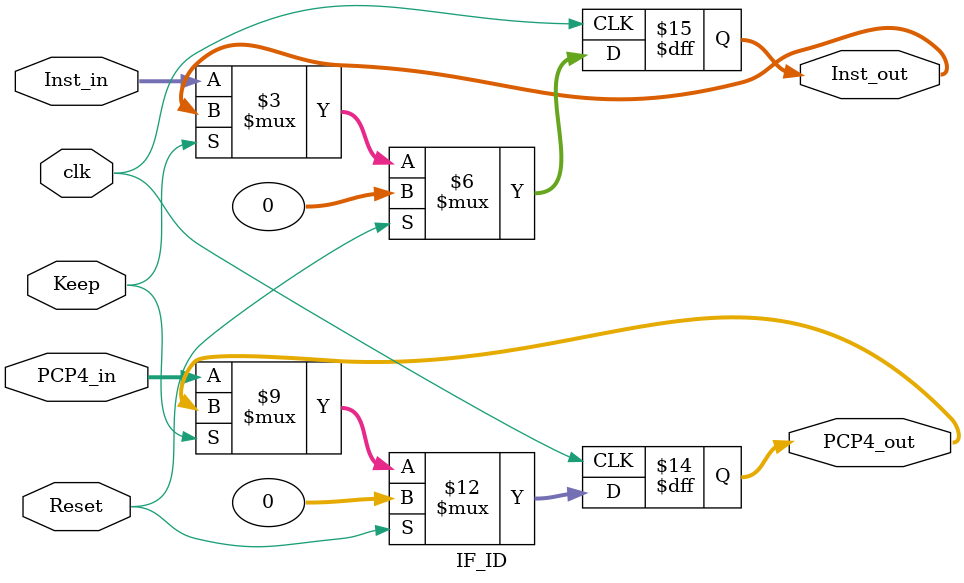
<source format=v>
module IF_ID(
input clk,
input Reset,
input Keep,
input [31:0]PCP4_in,Inst_in,
output reg [31:0]PCP4_out,Inst_out
);
always @(negedge clk)
begin 
	if (Reset) 
	begin 
		PCP4_out<=0;
		Inst_out<=0;
	end 
	else if (Keep)
	begin 
		PCP4_out<=PCP4_out;
		Inst_out<=Inst_out;
	end 
	else 
	begin 
		PCP4_out<=PCP4_in;
		Inst_out<=Inst_in;
	end 
end 
endmodule


</source>
